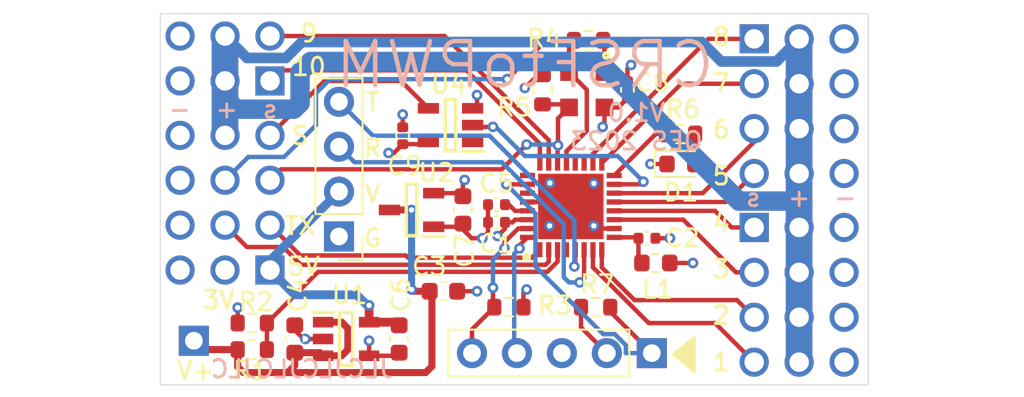
<source format=kicad_pcb>
(kicad_pcb (version 20211014) (generator pcbnew)
  (layers (0 "F.Cu" signal) (1 "In1.Cu" signal) (2 "In2.Cu" signal) (31 "B.Cu" signal) (36 "B.SilkS" user "B.Silkscreen") (37 "F.SilkS" user "F.Silkscreen") (38 "B.Mask" user) (39 "F.Mask" user) (44 "Edge.Cuts" user))
  (net 0 "")
  (net 1 "+3V3")
  (net 2 "VDDANA")
  (net 3 "Vbat")
  (net 4 "VDDCORE")
  (net 5 "+5V")
  (net 6 "Net-(D1-Pad2)")
  (net 7 "Net-(J2-Pad3)")
  (net 8 "Net-(J2-Pad4)")
  (net 9 "Net-(J3-Pad4)")
  (net 10 "CH5")
  (net 11 "CH6")
  (net 12 "CH1")
  (net 13 "CH2")
  (net 14 "CH3")
  (net 15 "CH4")
  (net 16 "Net-(R1-Pad2)")
  (net 17 "CH7")
  (net 18 "CH8")
  (net 19 "Net-(R6-Pad1)")
  (net 21 "CH9")
  (net 22 "CH10")
  (net 23 "Net-(U3-Pad15)")
  (net 29 "Vservo")
  (net 30 "GND")
  (net 31 "SBus")
  (net 32 "TX2")
  (net 33 "RX2")
  (net 34 "SDA")
  (net 35 "SCL")
  (net 36 "Net-(J3-Pad1)")
  (net 37 "Net-(J3-Pad5)")
  (footprint "Resistor_SMD:R_0603_1608Metric" (layer "F.Cu") (at 146.2 113.6)
    (fp_text reference "R1" (at -0.1 1.2) (layer "F.SilkS"))
    (fp_text value "6K8")
    (fp_line (start -0.237258 -0.5225) (end 0.237258 -0.5225) (layer "F.SilkS") (width 0.12))
    (fp_line (start -0.237258 0.5225) (end 0.237258 0.5225) (layer "F.SilkS") (width 0.12))
    (pad "1" smd roundrect (at -0.825 0) (size 0.8 0.95) (layers "F.Cu" "F.Paste" "F.Mask") (net 3 "Vbat"))
    (pad "2" smd roundrect (at 0.825 0) (size 0.8 0.95) (layers "F.Cu" "F.Paste" "F.Mask") (net 16 "Net-(R1-Pad2)"))
  )
  (footprint "Connector_PinHeader_2.54mm:PinHeader_1x01_P2.54mm_Vertical" (layer "F.Cu") (at 142.9 113.1)
    (fp_text reference "J1" hide)
    (fp_text value "Bat+")
    (pad "1" thru_hole rect (at 0 0) (size 1.7 1.7) (drill 1) (layers *.Cu *.Mask) (net 3 "Vbat"))
  )
  (footprint "Resistor_SMD:R_0603_1608Metric" (layer "F.Cu") (at 165.6 111.2 180)
    (fp_text reference "R7" (at -0.1 1.3) (layer "F.SilkS"))
    (fp_text value "10K")
    (fp_line (start -0.237258 0.5225) (end 0.237258 0.5225) (layer "F.SilkS") (width 0.12))
    (fp_line (start -0.237258 -0.5225) (end 0.237258 -0.5225) (layer "F.SilkS") (width 0.12))
    (pad "1" smd roundrect (at -0.825 0 180) (size 0.8 0.95) (layers "F.Cu" "F.Paste" "F.Mask") (net 36 "Net-(J3-Pad1)"))
    (pad "2" smd roundrect (at 0.825 0 180) (size 0.8 0.95) (layers "F.Cu" "F.Paste" "F.Mask") (net 1 "+3V3"))
  )
  (footprint "Inductor_SMD:L_0603_1608Metric" (layer "F.Cu") (at 169 108.7)
    (fp_text reference "L1" (at 0.1 1.5) (layer "F.SilkS"))
    (fp_text value "470R")
    (fp_line (start -0.162779 0.51) (end 0.162779 0.51) (layer "F.SilkS") (width 0.12))
    (fp_line (start -0.162779 -0.51) (end 0.162779 -0.51) (layer "F.SilkS") (width 0.12))
    (pad "1" smd roundrect (at -0.7875 0) (size 0.875 0.95) (layers "F.Cu" "F.Paste" "F.Mask") (net 2 "VDDANA"))
    (pad "2" smd roundrect (at 0.7875 0) (size 0.875 0.95) (layers "F.Cu" "F.Paste" "F.Mask") (net 1 "+3V3"))
  )
  (footprint "SamacSys_Parts2:MS5637_1" (layer "F.Cu") (at 165.1 98.9 -90)
    (fp_text reference "U5" hide)
    (fp_text value "MS563702BA03-50" hide)
    (fp_circle (center -1.938 -1.102) (end -1.938 -1.062) (layer "F.SilkS") (width 0.2) (fill none))
    (pad "1" smd rect locked (at -1 -1) (size 1 1) (layers "F.Cu" "F.Paste" "F.Mask") (net 1 "+3V3"))
    (pad "2" smd rect locked (at -1 1) (size 1 1) (layers "F.Cu" "F.Paste" "F.Mask") (net 34 "SDA"))
    (pad "3" smd rect locked (at 1 1) (size 1 1) (layers "F.Cu" "F.Paste" "F.Mask") (net 35 "SCL"))
    (pad "4" smd rect locked (at 1 -1) (size 1 1) (layers "F.Cu" "F.Paste" "F.Mask") (net 30 "GND"))
  )
  (footprint "SamacSys_Parts:SOT95P280X145-3N" (layer "F.Cu") (at 155.2 105.7 180)
    (fp_text reference "U2" (at -1.4 2.1) (layer "F.SilkS") (effects (font (thickness 0.16))))
    (fp_text value "AP2210N-3.3TRG1" hide)
    (fp_line (start -1.85 -1.5) (end -0.65 -1.5) (layer "F.SilkS") (width 0.2))
    (fp_line (start 0.3 -1.46) (end 0.3 1.46) (layer "F.SilkS") (width 0.2))
    (fp_line (start -0.3 -1.46) (end 0.3 -1.46) (layer "F.SilkS") (width 0.2))
    (fp_line (start 0.3 1.46) (end -0.3 1.46) (layer "F.SilkS") (width 0.2))
    (fp_line (start -0.3 1.46) (end -0.3 -1.46) (layer "F.SilkS") (width 0.2))
    (pad "1" smd rect locked (at -1.25 -0.95 270) (size 0.6 1.2) (layers "F.Cu" "F.Paste" "F.Mask") (net 30 "GND"))
    (pad "2" smd rect locked (at -1.25 0.95 270) (size 0.6 1.2) (layers "F.Cu" "F.Paste" "F.Mask") (net 1 "+3V3"))
    (pad "3" smd rect locked (at 1.25 0 270) (size 0.6 1.2) (layers "F.Cu" "F.Paste" "F.Mask") (net 3 "Vbat"))
  )
  (footprint "Capacitor_SMD:C_0402_1005Metric" (layer "F.Cu") (at 168.5 107.3)
    (fp_text reference "C2" (at 2 0) (layer "F.SilkS"))
    (fp_text value "100n")
    (fp_line (start -0.107836 -0.36) (end 0.107836 -0.36) (layer "F.SilkS") (width 0.12))
    (fp_line (start -0.107836 0.36) (end 0.107836 0.36) (layer "F.SilkS") (width 0.12))
    (pad "1" smd roundrect (at -0.48 0) (size 0.56 0.62) (layers "F.Cu" "F.Paste" "F.Mask") (net 2 "VDDANA"))
    (pad "2" smd roundrect (at 0.48 0) (size 0.56 0.62) (layers "F.Cu" "F.Paste" "F.Mask") (net 30 "GND"))
  )
  (footprint "Capacitor_SMD:C_0603_1608Metric" (layer "F.Cu") (at 157 110.3)
    (fp_text reference "C3" (at -0.8 -1.4) (layer "F.SilkS"))
    (fp_text value "10 uF")
    (fp_line (start -0.14058 -0.51) (end 0.14058 -0.51) (layer "F.SilkS") (width 0.12))
    (fp_line (start -0.14058 0.51) (end 0.14058 0.51) (layer "F.SilkS") (width 0.12))
    (pad "1" smd roundrect (at -0.775 0) (size 0.9 0.95) (layers "F.Cu" "F.Paste" "F.Mask") (net 3 "Vbat"))
    (pad "2" smd roundrect (at 0.775 0) (size 0.9 0.95) (layers "F.Cu" "F.Paste" "F.Mask") (net 30 "GND"))
  )
  (footprint "SamacSys_Parts:HDRRA12W64P254_3X4_1016X254X810P" (layer "F.Cu") (at 174.56 106.69 -90)
    (fp_text reference "J5" hide)
    (fp_text value "TSW-104-08-G-T-RA" hide)
    (pad "1" thru_hole rect (at 0 0 270) (size 1.65 1.65) (drill 1.1) (layers *.Cu *.Mask) (net 13 "CH2"))
    (pad "2" thru_hole circle (at 0 -2.54 270) (size 1.65 1.65) (drill 1.1) (layers *.Cu *.Mask) (net 29 "Vservo"))
    (pad "3" thru_hole circle (at 0 -5.08 270) (size 1.65 1.65) (drill 1.1) (layers *.Cu *.Mask) (net 30 "GND"))
    (pad "4" thru_hole circle (at 2.54 0 270) (size 1.65 1.65) (drill 1.1) (layers *.Cu *.Mask) (net 12 "CH1"))
    (pad "5" thru_hole circle (at 2.54 -2.54 270) (size 1.65 1.65) (drill 1.1) (layers *.Cu *.Mask) (net 29 "Vservo"))
    (pad "6" thru_hole circle (at 2.54 -5.08 270) (size 1.65 1.65) (drill 1.1) (layers *.Cu *.Mask) (net 30 "GND"))
    (pad "7" thru_hole circle (at 5.08 0 270) (size 1.65 1.65) (drill 1.1) (layers *.Cu *.Mask) (net 11 "CH6"))
    (pad "8" thru_hole circle (at 5.08 -2.54 270) (size 1.65 1.65) (drill 1.1) (layers *.Cu *.Mask) (net 29 "Vservo"))
    (pad "9" thru_hole circle (at 5.08 -5.08 270) (size 1.65 1.65) (drill 1.1) (layers *.Cu *.Mask) (net 30 "GND"))
    (pad "10" thru_hole circle (at 7.62 0 270) (size 1.65 1.65) (drill 1.1) (layers *.Cu *.Mask) (net 10 "CH5"))
    (pad "11" thru_hole circle (at 7.62 -2.54 270) (size 1.65 1.65) (drill 1.1) (layers *.Cu *.Mask) (net 29 "Vservo"))
    (pad "12" thru_hole circle (at 7.62 -5.08 270) (size 1.65 1.65) (drill 1.1) (layers *.Cu *.Mask) (net 30 "GND"))
  )
  (footprint "Capacitor_SMD:C_0603_1608Metric" (layer "F.Cu") (at 148.6 113 90)
    (fp_text reference "C4" (at 2.5 0.2 90) (layer "F.SilkS"))
    (fp_text value "1 uF")
    (fp_line (start -0.14058 -0.51) (end 0.14058 -0.51) (layer "F.SilkS") (width 0.12))
    (fp_line (start -0.14058 0.51) (end 0.14058 0.51) (layer "F.SilkS") (width 0.12))
    (pad "1" smd roundrect (at -0.775 0 90) (size 0.9 0.95) (layers "F.Cu" "F.Paste" "F.Mask") (net 3 "Vbat"))
    (pad "2" smd roundrect (at 0.775 0 90) (size 0.9 0.95) (layers "F.Cu" "F.Paste" "F.Mask") (net 30 "GND"))
  )
  (footprint "Connector_PinHeader_2.54mm:PinHeader_1x05_P2.54mm_Vertical" (layer "F.Cu") (at 168.775 113.8 -90)
    (fp_text reference "J3" hide)
    (fp_text value "ICSP")
    (fp_line (start -1.33 1.27) (end 1.33 1.27) (layer "F.SilkS") (width 0.12))
    (fp_line (start -1.33 1.27) (end -1.33 11.49) (layer "F.SilkS") (width 0.12))
    (fp_line (start -1.33 11.49) (end 1.33 11.49) (layer "F.SilkS") (width 0.12))
    (fp_line (start 1.33 1.27) (end 1.33 11.49) (layer "F.SilkS") (width 0.12))
    (pad "1" thru_hole rect (at 0 0 270) (size 1.7 1.7) (drill 1) (layers *.Cu *.Mask) (net 36 "Net-(J3-Pad1)"))
    (pad "2" thru_hole oval (at 0 2.54 270) (size 1.7 1.7) (drill 1) (layers *.Cu *.Mask) (net 1 "+3V3"))
    (pad "3" thru_hole oval (at 0 5.08 270) (size 1.7 1.7) (drill 1) (layers *.Cu *.Mask) (net 30 "GND"))
    (pad "4" thru_hole oval (at 0 7.62 270) (size 1.7 1.7) (drill 1) (layers *.Cu *.Mask) (net 9 "Net-(J3-Pad4)"))
    (pad "5" thru_hole oval (at 0 10.16 270) (size 1.7 1.7) (drill 1) (layers *.Cu *.Mask) (net 37 "Net-(J3-Pad5)"))
  )
  (footprint "Resistor_SMD:R_0603_1608Metric" (layer "F.Cu") (at 160.7 111.2 180)
    (fp_text reference "R3" (at -2.6 0.1) (layer "F.SilkS"))
    (fp_text value "1K")
    (fp_line (start -0.237258 -0.5225) (end 0.237258 -0.5225) (layer "F.SilkS") (width 0.12))
    (fp_line (start -0.237258 0.5225) (end 0.237258 0.5225) (layer "F.SilkS") (width 0.12))
    (pad "1" smd roundrect (at -0.825 0 180) (size 0.8 0.95) (layers "F.Cu" "F.Paste" "F.Mask") (net 1 "+3V3"))
    (pad "2" smd roundrect (at 0.825 0 180) (size 0.8 0.95) (layers "F.Cu" "F.Paste" "F.Mask") (net 37 "Net-(J3-Pad5)"))
  )
  (footprint "Capacitor_SMD:C_0402_1005Metric" (layer "F.Cu") (at 154.7 101.5 90)
    (fp_text reference "C9" (at -1.7 0.1 180) (layer "F.SilkS"))
    (fp_text value "100nF")
    (fp_line (start -0.107836 -0.36) (end 0.107836 -0.36) (layer "F.SilkS") (width 0.12))
    (fp_line (start -0.107836 0.36) (end 0.107836 0.36) (layer "F.SilkS") (width 0.12))
    (pad "1" smd roundrect (at -0.48 0 90) (size 0.56 0.62) (layers "F.Cu" "F.Paste" "F.Mask") (net 1 "+3V3"))
    (pad "2" smd roundrect (at 0.48 0 90) (size 0.56 0.62) (layers "F.Cu" "F.Paste" "F.Mask") (net 30 "GND"))
  )
  (footprint "Capacitor_SMD:C_0603_1608Metric" (layer "F.Cu") (at 154.5 113 -90)
    (fp_text reference "C6" (at -2.5 -0.1 90) (layer "F.SilkS"))
    (fp_text value "10 uF")
    (fp_line (start -0.14058 0.51) (end 0.14058 0.51) (layer "F.SilkS") (width 0.12))
    (fp_line (start -0.14058 -0.51) (end 0.14058 -0.51) (layer "F.SilkS") (width 0.12))
    (pad "1" smd roundrect (at -0.775 0 270) (size 0.9 0.95) (layers "F.Cu" "F.Paste" "F.Mask") (net 5 "+5V"))
    (pad "2" smd roundrect (at 0.775 0 270) (size 0.9 0.95) (layers "F.Cu" "F.Paste" "F.Mask") (net 30 "GND"))
  )
  (footprint "Resistor_SMD:R_0603_1608Metric" (layer "F.Cu") (at 162.6 98.9 -90)
    (fp_text reference "R5" (at 1 1.6 180) (layer "F.SilkS"))
    (fp_text value "10K")
    (fp_line (start -0.237258 -0.5225) (end 0.237258 -0.5225) (layer "F.SilkS") (width 0.12))
    (fp_line (start -0.237258 0.5225) (end 0.237258 0.5225) (layer "F.SilkS") (width 0.12))
    (pad "1" smd roundrect (at -0.825 0 270) (size 0.8 0.95) (layers "F.Cu" "F.Paste" "F.Mask") (net 1 "+3V3"))
    (pad "2" smd roundrect (at 0.825 0 270) (size 0.8 0.95) (layers "F.Cu" "F.Paste" "F.Mask") (net 35 "SCL"))
  )
  (footprint "SamacSys_Parts:HDRRA6W64P254_3X2_508X254X810P" (layer "F.Cu") (at 147.2 98.4 90)
    (fp_text reference "J7" hide)
    (fp_text value "TSW-102-08-L-T-RA" hide)
    (pad "1" thru_hole rect (at 0 0 90) (size 1.65 1.65) (drill 1.1) (layers *.Cu *.Mask) (net 22 "CH10"))
    (pad "2" thru_hole circle (at 0 -2.54 90) (size 1.65 1.65) (drill 1.1) (layers *.Cu *.Mask) (net 29 "Vservo"))
    (pad "3" thru_hole circle (at 0 -5.08 90) (size 1.65 1.65) (drill 1.1) (layers *.Cu *.Mask) (net 30 "GND"))
    (pad "4" thru_hole circle (at 2.54 0 90) (size 1.65 1.65) (drill 1.1) (layers *.Cu *.Mask) (net 21 "CH9"))
    (pad "5" thru_hole circle (at 2.54 -2.54 90) (size 1.65 1.65) (drill 1.1) (layers *.Cu *.Mask) (net 29 "Vservo"))
    (pad "6" thru_hole circle (at 2.54 -5.08 90) (size 1.65 1.65) (drill 1.1) (layers *.Cu *.Mask) (net 30 "GND"))
  )
  (footprint "Capacitor_SMD:C_0402_1005Metric" (layer "F.Cu") (at 160 106.4 180)
    (fp_text reference "C1" (at 0 -1.2) (layer "F.SilkS"))
    (fp_text value "100n")
    (fp_line (start -0.107836 -0.36) (end 0.107836 -0.36) (layer "F.SilkS") (width 0.12))
    (fp_line (start -0.107836 0.36) (end 0.107836 0.36) (layer "F.SilkS") (width 0.12))
    (pad "1" smd roundrect (at -0.48 0 180) (size 0.56 0.62) (layers "F.Cu" "F.Paste" "F.Mask") (net 1 "+3V3"))
    (pad "2" smd roundrect (at 0.48 0 180) (size 0.56 0.62) (layers "F.Cu" "F.Paste" "F.Mask") (net 30 "GND"))
  )
  (footprint "SamacSys_Parts2:SOT95P280X145-5N" (layer "F.Cu") (at 157.4 100.9 180)
    (fp_text reference "U4" (at 0.1 2.3) (layer "F.SilkS") (effects (font (thickness 0.16))))
    (fp_text value "SN74AUP1G04DBVR" hide)
    (fp_line (start -0.3 -1.45) (end 0.3 -1.45) (layer "F.SilkS") (width 0.2))
    (fp_line (start -1.85 -1.5) (end -0.65 -1.5) (layer "F.SilkS") (width 0.2))
    (fp_line (start 0.3 1.45) (end -0.3 1.45) (layer "F.SilkS") (width 0.2))
    (fp_line (start -0.3 1.45) (end -0.3 -1.45) (layer "F.SilkS") (width 0.2))
    (fp_line (start 0.3 -1.45) (end 0.3 1.45) (layer "F.SilkS") (width 0.2))
    (pad "1" smd rect locked (at -1.25 -0.95 270) (size 0.6 1.2) (layers "F.Cu" "F.Paste" "F.Mask"))
    (pad "2" smd rect locked (at -1.25 0 270) (size 0.6 1.2) (layers "F.Cu" "F.Paste" "F.Mask") (net 23 "Net-(U3-Pad15)"))
    (pad "3" smd rect locked (at -1.25 0.95 270) (size 0.6 1.2) (layers "F.Cu" "F.Paste" "F.Mask") (net 30 "GND"))
    (pad "4" smd rect locked (at 1.25 0.95 270) (size 0.6 1.2) (layers "F.Cu" "F.Paste" "F.Mask") (net 31 "SBus"))
    (pad "5" smd rect locked (at 1.25 -0.95 270) (size 0.6 1.2) (layers "F.Cu" "F.Paste" "F.Mask") (net 1 "+3V3"))
  )
  (footprint "Connector_PinHeader_2.54mm:PinHeader_1x04_P2.54mm_Vertical" (layer "F.Cu") (at 151.1 107.2 180)
    (fp_text reference "J2" hide)
    (fp_text value "UART1/Rx")
    (fp_line (start -1.33 8.95) (end 1.33 8.95) (layer "F.SilkS") (width 0.12))
    (fp_line (start 1.33 1.27) (end 1.33 8.95) (layer "F.SilkS") (width 0.12))
    (fp_line (start -1.33 0) (end -1.33 -1.33) (layer "F.SilkS") (width 0.12))
    (fp_line (start -1.33 -1.33) (end 0 -1.33) (layer "F.SilkS") (width 0.12))
    (fp_line (start -1.33 1.27) (end -1.33 8.95) (layer "F.SilkS") (width 0.12))
    (fp_line (start -1.33 1.27) (end 1.33 1.27) (layer "F.SilkS") (width 0.12))
    (pad "1" thru_hole rect (at 0 0 180) (size 1.7 1.7) (drill 1) (layers *.Cu *.Mask) (net 30 "GND"))
    (pad "2" thru_hole oval (at 0 2.54 180) (size 1.7 1.7) (drill 1) (layers *.Cu *.Mask) (net 5 "+5V"))
    (pad "3" thru_hole oval (at 0 5.08 180) (size 1.7 1.7) (drill 1) (layers *.Cu *.Mask) (net 7 "Net-(J2-Pad3)"))
    (pad "4" thru_hole oval (at 0 7.62 180) (size 1.7 1.7) (drill 1) (layers *.Cu *.Mask) (net 8 "Net-(J2-Pad4)"))
  )
  (footprint "Resistor_SMD:R_0603_1608Metric" (layer "F.Cu") (at 170.4 101.4)
    (fp_text reference "R6" (at 0.12 -1.4) (layer "F.SilkS"))
    (fp_text value "1K")
    (fp_line (start -0.237258 -0.5225) (end 0.237258 -0.5225) (layer "F.SilkS") (width 0.12))
    (fp_line (start -0.237258 0.5225) (end 0.237258 0.5225) (layer "F.SilkS") (width 0.12))
    (pad "1" smd roundrect (at -0.825 0) (size 0.8 0.95) (layers "F.Cu" "F.Paste" "F.Mask") (net 19 "Net-(R6-Pad1)"))
    (pad "2" smd roundrect (at 0.825 0) (size 0.8 0.95) (layers "F.Cu" "F.Paste" "F.Mask") (net 6 "Net-(D1-Pad2)"))
  )
  (footprint "SamacSys_Parts2:QFN50P500X500X100-33N-D" (layer "F.Cu") (at 164.2 105.5 90)
    (fp_text reference "U3" hide)
    (fp_text value "ATSAMD21E18A-MU" hide)
    (fp_circle (center -2.875 -2.5) (end -2.875 -2.375) (layer "F.SilkS") (width 0.25) (fill none))
    (pad "1" smd rect locked (at -2.45 -1.75 180) (size 0.3 0.85) (layers "F.Cu" "F.Paste" "F.Mask") (net 32 "TX2"))
    (pad "2" smd rect locked (at -2.45 -1.25 180) (size 0.3 0.85) (layers "F.Cu" "F.Paste" "F.Mask") (net 33 "RX2"))
    (pad "3" smd rect locked (at -2.45 -0.75 180) (size 0.3 0.85) (layers "F.Cu" "F.Paste" "F.Mask") (net 16 "Net-(R1-Pad2)"))
    (pad "4" smd rect locked (at -2.45 -0.25 180) (size 0.3 0.85) (layers "F.Cu" "F.Paste" "F.Mask"))
    (pad "5" smd rect locked (at -2.45 0.25 180) (size 0.3 0.85) (layers "F.Cu" "F.Paste" "F.Mask") (net 8 "Net-(J2-Pad4)"))
    (pad "6" smd rect locked (at -2.45 0.75 180) (size 0.3 0.85) (layers "F.Cu" "F.Paste" "F.Mask") (net 7 "Net-(J2-Pad3)"))
    (pad "7" smd rect locked (at -2.45 1.25 180) (size 0.3 0.85) (layers "F.Cu" "F.Paste" "F.Mask") (net 10 "CH5"))
    (pad "8" smd rect locked (at -2.45 1.75 180) (size 0.3 0.85) (layers "F.Cu" "F.Paste" "F.Mask") (net 11 "CH6"))
    (pad "9" smd rect locked (at -1.75 2.45 90) (size 0.3 0.85) (layers "F.Cu" "F.Paste" "F.Mask") (net 2 "VDDANA"))
    (pad "10" smd rect locked (at -1.25 2.45 90) (size 0.3 0.85) (layers "F.Cu" "F.Paste" "F.Mask") (net 30 "GND"))
    (pad "11" smd rect locked (at -0.75 2.45 90) (size 0.3 0.85) (layers "F.Cu" "F.Paste" "F.Mask") (net 12 "CH1"))
    (pad "12" smd rect locked (at -0.25 2.45 90) (size 0.3 0.85) (layers "F.Cu" "F.Paste" "F.Mask") (net 13 "CH2"))
    (pad "13" smd rect locked (at 0.25 2.45 90) (size 0.3 0.85) (layers "F.Cu" "F.Paste" "F.Mask") (net 14 "CH3"))
    (pad "14" smd rect locked (at 0.75 2.45 90) (size 0.3 0.85) (layers "F.Cu" "F.Paste" "F.Mask") (net 15 "CH4"))
    (pad "15" smd rect locked (at 1.25 2.45 90) (size 0.3 0.85) (layers "F.Cu" "F.Paste" "F.Mask") (net 23 "Net-(U3-Pad15)"))
    (pad "16" smd rect locked (at 1.75 2.45 90) (size 0.3 0.85) (layers "F.Cu" "F.Paste" "F.Mask") (net 19 "Net-(R6-Pad1)"))
    (pad "17" smd rect locked (at 2.45 1.75 180) (size 0.3 0.85) (layers "F.Cu" "F.Paste" "F.Mask") (net 17 "CH7"))
    (pad "18" smd rect locked (at 2.45 1.25 180) (size 0.3 0.85) (layers "F.Cu" "F.Paste" "F.Mask") (net 18 "CH8"))
    (pad "19" smd rect locked (at 2.45 0.75 180) (size 0.3 0.85) (layers "F.Cu" "F.Paste" "F.Mask"))
    (pad "20" smd rect locked (at 2.45 0.25 180) (size 0.3 0.85) (layers "F.Cu" "F.Paste" "F.Mask"))
    (pad "21" smd rect locked (at 2.45 -0.25 180) (size 0.3 0.85) (layers "F.Cu" "F.Paste" "F.Mask") (net 34 "SDA"))
    (pad "22" smd rect locked (at 2.45 -0.75 180) (size 0.3 0.85) (layers "F.Cu" "F.Paste" "F.Mask") (net 35 "SCL"))
    (pad "23" smd rect locked (at 2.45 -1.25 180) (size 0.3 0.85) (layers "F.Cu" "F.Paste" "F.Mask") (net 21 "CH9"))
    (pad "24" smd rect locked (at 2.45 -1.75 180) (size 0.3 0.85) (layers "F.Cu" "F.Paste" "F.Mask") (net 22 "CH10"))
    (pad "25" smd rect locked (at 1.75 -2.45 90) (size 0.3 0.85) (layers "F.Cu" "F.Paste" "F.Mask"))
    (pad "26" smd rect locked (at 1.25 -2.45 90) (size 0.3 0.85) (layers "F.Cu" "F.Paste" "F.Mask") (net 36 "Net-(J3-Pad1)"))
    (pad "27" smd rect locked (at 0.75 -2.45 90) (size 0.3 0.85) (layers "F.Cu" "F.Paste" "F.Mask"))
    (pad "28" smd rect locked (at 0.25 -2.45 90) (size 0.3 0.85) (layers "F.Cu" "F.Paste" "F.Mask") (net 30 "GND"))
    (pad "29" smd rect locked (at -0.25 -2.45 90) (size 0.3 0.85) (layers "F.Cu" "F.Paste" "F.Mask") (net 4 "VDDCORE"))
    (pad "30" smd rect locked (at -0.75 -2.45 90) (size 0.3 0.85) (layers "F.Cu" "F.Paste" "F.Mask") (net 1 "+3V3"))
    (pad "31" smd rect locked (at -1.25 -2.45 90) (size 0.3 0.85) (layers "F.Cu" "F.Paste" "F.Mask") (net 37 "Net-(J3-Pad5)"))
    (pad "32" smd rect locked (at -1.75 -2.45 90) (size 0.3 0.85) (layers "F.Cu" "F.Paste" "F.Mask") (net 9 "Net-(J3-Pad4)"))
    (pad "33" smd rect locked (at 0 0 90) (size 3.7 3.7) (layers "F.Cu" "F.Paste" "F.Mask") (net 30 "GND"))
  )
  (footprint "Resistor_SMD:R_0603_1608Metric" (layer "F.Cu") (at 165.2 96.1 180)
    (fp_text reference "R4" (at 2.5 0.1 180) (layer "F.SilkS"))
    (fp_text value "10K")
    (fp_line (start -0.237258 0.5225) (end 0.237258 0.5225) (layer "F.SilkS") (width 0.12))
    (fp_line (start -0.237258 -0.5225) (end 0.237258 -0.5225) (layer "F.SilkS") (width 0.12))
    (pad "1" smd roundrect (at -0.825 0 180) (size 0.8 0.95) (layers "F.Cu" "F.Paste" "F.Mask") (net 1 "+3V3"))
    (pad "2" smd roundrect (at 0.825 0 180) (size 0.8 0.95) (layers "F.Cu" "F.Paste" "F.Mask") (net 34 "SDA"))
  )
  (footprint "Capacitor_SMD:C_0603_1608Metric" (layer "F.Cu") (at 158.1 105.7 -90)
    (fp_text reference "C7" (at 2.3 -0.1 -90) (layer "F.SilkS"))
    (fp_text value "2.2 uF")
    (fp_line (start -0.14058 0.51) (end 0.14058 0.51) (layer "F.SilkS") (width 0.12))
    (fp_line (start -0.14058 -0.51) (end 0.14058 -0.51) (layer "F.SilkS") (width 0.12))
    (pad "1" smd roundrect (at -0.775 0 270) (size 0.9 0.95) (layers "F.Cu" "F.Paste" "F.Mask") (net 1 "+3V3"))
    (pad "2" smd roundrect (at 0.775 0 270) (size 0.9 0.95) (layers "F.Cu" "F.Paste" "F.Mask") (net 30 "GND"))
  )
  (footprint "Capacitor_SMD:C_0402_1005Metric" (layer "F.Cu") (at 167.4 98.9 -90)
    (fp_text reference "C8" (at -0.4 -1.4 180) (layer "F.SilkS"))
    (fp_text value "100nF")
    (fp_line (start -0.107836 -0.36) (end 0.107836 -0.36) (layer "F.SilkS") (width 0.12))
    (fp_line (start -0.107836 0.36) (end 0.107836 0.36) (layer "F.SilkS") (width 0.12))
    (pad "1" smd roundrect (at -0.48 0 270) (size 0.56 0.62) (layers "F.Cu" "F.Paste" "F.Mask") (net 1 "+3V3"))
    (pad "2" smd roundrect (at 0.48 0 270) (size 0.56 0.62) (layers "F.Cu" "F.Paste" "F.Mask") (net 30 "GND"))
  )
  (footprint "SamacSys_Parts:HDRRA12W64P254_3X4_1016X254X810P" (layer "F.Cu") (at 147.2 109.1 90)
    (fp_text reference "J4" hide)
    (fp_text value "TSW-104-08-G-T-RA" hide)
    (pad "1" thru_hole rect (at 0 0 90) (size 1.65 1.65) (drill 1.1) (layers *.Cu *.Mask) (net 5 "+5V"))
    (pad "2" thru_hole circle (at 0 -2.54 90) (size 1.65 1.65) (drill 1.1) (layers *.Cu *.Mask) (net 1 "+3V3"))
    (pad "3" thru_hole circle (at 0 -5.08 90) (size 1.65 1.65) (drill 1.1) (layers *.Cu *.Mask) (net 30 "GND"))
    (pad "4" thru_hole circle (at 2.54 0 90) (size 1.65 1.65) (drill 1.1) (layers *.Cu *.Mask) (net 32 "TX2"))
    (pad "5" thru_hole circle (at 2.54 -2.54 90) (size 1.65 1.65) (drill 1.1) (layers *.Cu *.Mask) (net 33 "RX2"))
    (pad "6" thru_hole circle (at 2.54 -5.08 90) (size 1.65 1.65) (drill 1.1) (layers *.Cu *.Mask) (net 30 "GND"))
    (pad "7" thru_hole circle (at 5.08 0 90) (size 1.65 1.65) (drill 1.1) (layers *.Cu *.Mask) (net 35 "SCL"))
    (pad "8" thru_hole circle (at 5.08 -2.54 90) (size 1.65 1.65) (drill 1.1) (layers *.Cu *.Mask) (net 34 "SDA"))
    (pad "9" thru_hole circle (at 5.08 -5.08 90) (size 1.65 1.65) (drill 1.1) (layers *.Cu *.Mask) (net 30 "GND"))
    (pad "10" thru_hole circle (at 7.62 0 90) (size 1.65 1.65) (drill 1.1) (layers *.Cu *.Mask) (net 31 "SBus"))
    (pad "11" thru_hole circle (at 7.62 -2.54 90) (size 1.65 1.65) (drill 1.1) (layers *.Cu *.Mask) (net 29 "Vservo"))
    (pad "12" thru_hole circle (at 7.62 -5.08 90) (size 1.65 1.65) (drill 1.1) (layers *.Cu *.Mask) (net 30 "GND"))
  )
  (footprint "Capacitor_SMD:C_0402_1005Metric" (layer "F.Cu") (at 160 105.4 180)
    (fp_text reference "C5" (at 0 1.2) (layer "F.SilkS"))
    (fp_text value "1 uF")
    (fp_line (start -0.107836 -0.36) (end 0.107836 -0.36) (layer "F.SilkS") (width 0.12))
    (fp_line (start -0.107836 0.36) (end 0.107836 0.36) (layer "F.SilkS") (width 0.12))
    (pad "1" smd roundrect (at -0.48 0 180) (size 0.56 0.62) (layers "F.Cu" "F.Paste" "F.Mask") (net 4 "VDDCORE"))
    (pad "2" smd roundrect (at 0.48 0 180) (size 0.56 0.62) (layers "F.Cu" "F.Paste" "F.Mask") (net 30 "GND"))
  )
  (footprint "SamacSys_Parts:SOT95P285X140-5N" (layer "F.Cu") (at 151.5 113)
    (fp_text reference "U1" (at 0.2 -2.5) (layer "F.SilkS") (effects (font (thickness 0.16))))
    (fp_text value "AP7375-50W5-7" hide)
    (fp_line (start 0.375 -1.5) (end 0.375 1.5) (layer "F.SilkS") (width 0.2))
    (fp_line (start -1.875 -1.5) (end -0.725 -1.5) (layer "F.SilkS") (width 0.2))
    (fp_line (start 0.375 1.5) (end -0.375 1.5) (layer "F.SilkS") (width 0.2))
    (fp_line (start -0.375 -1.5) (end 0.375 -1.5) (layer "F.SilkS") (width 0.2))
    (fp_line (start -0.375 1.5) (end -0.375 -1.5) (layer "F.SilkS") (width 0.2))
    (pad "1" smd rect locked (at -1.3 -0.95 90) (size 0.6 1.15) (layers "F.Cu" "F.Paste" "F.Mask") (net 3 "Vbat"))
    (pad "2" smd rect locked (at -1.3 0 90) (size 0.6 1.15) (layers "F.Cu" "F.Paste" "F.Mask") (net 30 "GND"))
    (pad "3" smd rect locked (at -1.3 0.95 90) (size 0.6 1.15) (layers "F.Cu" "F.Paste" "F.Mask") (net 3 "Vbat"))
    (pad "4" smd rect locked (at 1.3 0.95 90) (size 0.6 1.15) (layers "F.Cu" "F.Paste" "F.Mask") (net 30 "GND"))
    (pad "5" smd rect locked (at 1.3 -0.95 90) (size 0.6 1.15) (layers "F.Cu" "F.Paste" "F.Mask") (net 5 "+5V"))
  )
  (footprint "SamacSys_Parts:HDRRA12W64P254_3X4_1016X254X810P" (layer "F.Cu") (at 174.56 96.02 -90)
    (fp_text reference "J6" hide)
    (fp_text value "TSW-104-08-G-T-RA" hide)
    (pad "1" thru_hole rect (at 0 0 270) (size 1.65 1.65) (drill 1.1) (layers *.Cu *.Mask) (net 18 "CH8"))
    (pad "2" thru_hole circle (at 0 -2.54 270) (size 1.65 1.65) (drill 1.1) (layers *.Cu *.Mask) (net 29 "Vservo"))
    (pad "3" thru_hole circle (at 0 -5.08 270) (size 1.65 1.65) (drill 1.1) (layers *.Cu *.Mask) (net 30 "GND"))
    (pad "4" thru_hole circle (at 2.54 0 270) (size 1.65 1.65) (drill 1.1) (layers *.Cu *.Mask) (net 17 "CH7"))
    (pad "5" thru_hole circle (at 2.54 -2.54 270) (size 1.65 1.65) (drill 1.1) (layers *.Cu *.Mask) (net 29 "Vservo"))
    (pad "6" thru_hole circle (at 2.54 -5.08 270) (size 1.65 1.65) (drill 1.1) (layers *.Cu *.Mask) (net 30 "GND"))
    (pad "7" thru_hole circle (at 5.08 0 270) (size 1.65 1.65) (drill 1.1) (layers *.Cu *.Mask) (net 15 "CH4"))
    (pad "8" thru_hole circle (at 5.08 -2.54 270) (size 1.65 1.65) (drill 1.1) (layers *.Cu *.Mask) (net 29 "Vservo"))
    (pad "9" thru_hole circle (at 5.08 -5.08 270) (size 1.65 1.65) (drill 1.1) (layers *.Cu *.Mask) (net 30 "GND"))
    (pad "10" thru_hole circle (at 7.62 0 270) (size 1.65 1.65) (drill 1.1) (layers *.Cu *.Mask) (net 14 "CH3"))
    (pad "11" thru_hole circle (at 7.62 -2.54 270) (size 1.65 1.65) (drill 1.1) (layers *.Cu *.Mask) (net 29 "Vservo"))
    (pad "12" thru_hole circle (at 7.62 -5.08 270) (size 1.65 1.65) (drill 1.1) (layers *.Cu *.Mask) (net 30 "GND"))
  )
  (footprint "Resistor_SMD:R_0603_1608Metric" (layer "F.Cu") (at 146.2 112.1 180)
    (fp_text reference "R2" (at -0.2 1.2) (layer "F.SilkS"))
    (fp_text value "1K")
    (fp_line (start -0.237258 -0.5225) (end 0.237258 -0.5225) (layer "F.SilkS") (width 0.12))
    (fp_line (start -0.237258 0.5225) (end 0.237258 0.5225) (layer "F.SilkS") (width 0.12))
    (pad "1" smd roundrect (at -0.825 0 180) (size 0.8 0.95) (layers "F.Cu" "F.Paste" "F.Mask") (net 16 "Net-(R1-Pad2)"))
    (pad "2" smd roundrect (at 0.825 0 180) (size 0.8 0.95) (layers "F.Cu" "F.Paste" "F.Mask") (net 30 "GND"))
  )
  (footprint "LED_SMD:LED_0603_1608Metric" (layer "F.Cu") (at 170.42 103.1)
    (fp_text reference "D1" (at 0 1.6) (layer "F.SilkS"))
    (fp_text value "LED")
    (fp_line (start 0.8 -0.735) (end -1.485 -0.735) (layer "F.SilkS") (width 0.12))
    (fp_line (start -1.485 -0.735) (end -1.485 0.735) (layer "F.SilkS") (width 0.12))
    (fp_line (start -1.485 0.735) (end 0.8 0.735) (layer "F.SilkS") (width 0.12))
    (pad "1" smd roundrect (at -0.7875 0) (size 0.875 0.95) (layers "F.Cu" "F.Paste" "F.Mask") (net 30 "GND"))
    (pad "2" smd roundrect (at 0.7875 0) (size 0.875 0.95) (layers "F.Cu" "F.Paste" "F.Mask") (net 6 "Net-(D1-Pad2)"))
  )
  (gr_poly (pts (xy 171.188525 114.87377) (xy 169.988525 113.87377) (xy 171.188525 112.87377)) (layer "F.SilkS") (width 0.16) (fill solid))
  (gr_rect (start 141 94.6) (end 181 115.6) (layer "Edge.Cuts") (width 0.05) (fill none))
  (gr_text "-" (at 179.7 105) (layer "B.SilkS") (effects (font (size 1 1) (thickness 0.16)) (justify mirror)))
  (gr_text "+" (at 144.757142 100) (layer "B.SilkS") (effects (font (size 1 1) (thickness 0.16)) (justify mirror)))
  (gr_text "+" (at 177.1 105) (layer "B.SilkS") (effects (font (size 1 1) (thickness 0.16)) (justify mirror)))
  (gr_text "-" (at 142.1 100) (layer "B.SilkS") (effects (font (size 1 1) (thickness 0.16)) (justify mirror)))
  (gr_text "CRSFtoPWM" (at 161.6 97.5) (layer "B.SilkS") (effects (font (size 2.5 2.5) (thickness 0.25)) (justify mirror)))
  (gr_text "V1.0\nQES 2023" (at 167.9 101) (layer "B.SilkS") (effects (font (size 1 1) (thickness 0.16)) (justify mirror)))
  (gr_text "JLCJLCJLCJLC" (at 149 114.7) (layer "B.SilkS") (effects (font (size 1 1) (thickness 0.16)) (justify mirror)))
  (gr_text "s" (at 174.5 105) (layer "B.SilkS") (effects (font (size 1 1) (thickness 0.16)) (justify mirror)))
  (gr_text "s" (at 147.2 100) (layer "B.SilkS") (effects (font (size 1 1) (thickness 0.16)) (justify mirror)))
  (gr_text "TX" (at 148.9 106.6) (layer "F.SilkS") (effects (font (size 1 1) (thickness 0.16))))
  (gr_text "G" (at 153 107.3) (layer "F.SilkS") (effects (font (size 1 1) (thickness 0.16))))
  (gr_text "7" (at 172.7 98.528571) (layer "F.SilkS") (effects (font (size 1 1) (thickness 0.16))))
  (gr_text "5" (at 172.7 103.785713) (layer "F.SilkS") (effects (font (size 1 1) (thickness 0.16))))
  (gr_text "5V" (at 149.1 108.9) (layer "F.SilkS") (effects (font (size 1 1) (thickness 0.16))))
  (gr_text "8" (at 172.7 95.9) (layer "F.SilkS") (effects (font (size 1 1) (thickness 0.16))))
  (gr_text "4" (at 172.7 106.414284) (layer "F.SilkS") (effects (font (size 1 1) (thickness 0.16))))
  (gr_text "R" (at 153 102.2) (layer "F.SilkS") (effects (font (size 1 1) (thickness 0.16))))
  (gr_text "9" (at 149.4 95.7) (layer "F.SilkS") (effects (font (size 1 1) (thickness 0.16))))
  (gr_text "S" (at 148.9 101.5) (layer "F.SilkS") (effects (font (size 1 1) (thickness 0.16))))
  (gr_text "T" (at 153 99.6) (layer "F.SilkS") (effects (font (size 1 1) (thickness 0.16))))
  (gr_text "V" (at 153 104.8) (layer "F.SilkS") (effects (font (size 1 1) (thickness 0.16))))
  (gr_text "2" (at 172.7 111.671426) (layer "F.SilkS") (effects (font (size 1 1) (thickness 0.16))))
  (gr_text "10" (at 149.4 97.6) (layer "F.SilkS") (effects (font (size 1 1) (thickness 0.16))))
  (gr_text "3V" (at 144.3 110.8) (layer "F.SilkS") (effects (font (size 1 1) (thickness 0.16))))
  (gr_text "3" (at 172.7 109.042855) (layer "F.SilkS") (effects (font (size 1 1) (thickness 0.16))))
  (gr_text "V+" (at 143 114.8) (layer "F.SilkS") (effects (font (size 1 1) (thickness 0.16))))
  (gr_text "1" (at 172.7 114.3) (layer "F.SilkS") (effects (font (size 1 1) (thickness 0.16))))
  (gr_text "6" (at 172.7 101.157142) (layer "F.SilkS") (effects (font (size 1 1) (thickness 0.16))))
  (segment (start 167.4 97.7) (end 167.6 97.5) (width 0.25) (layer "F.Cu") (net 1))
  (segment (start 161.05 106.25) (end 161.75 106.25) (width 0.25) (layer "F.Cu") (net 1))
  (segment (start 166.1 97.9) (end 166.1 96.175) (width 0.25) (layer "F.Cu") (net 1))
  (segment (start 160.9 106.4) (end 161.05 106.25) (width 0.25) (layer "F.Cu") (net 1))
  (segment (start 160.48 106.4) (end 160.48 106.754461) (width 0.25) (layer "F.Cu") (net 1))
  (segment (start 167.4 98.42) (end 167.4 97.7) (width 0.25) (layer "F.Cu") (net 1))
  (segment (start 169.7875 108.7) (end 171.1 108.7) (width 0.25) (layer "F.Cu") (net 1))
  (segment (start 154.204502 102.475498) (end 153.9 102.475498) (width 0.25) (layer "F.Cu") (net 1))
  (segment (start 162.325 98.075) (end 161.6 98.8) (width 0.25) (layer "F.Cu") (net 1))
  (segment (start 158.1 104.925) (end 158.1 104.1) (width 0.25) (layer "F.Cu") (net 1))
  (segment (start 167.4 98.42) (end 166.62 98.42) (width 0.25) (layer "F.Cu") (net 1))
  (segment (start 161.525 110.375) (end 161.7 110.2) (width 0.25) (layer "F.Cu") (net 1))
  (segment (start 164.775 112.34) (end 166.235 113.8) (width 0.25) (layer "F.Cu") (net 1))
  (segment (start 160.48 106.4) (end 160.9 106.4) (width 0.25) (layer "F.Cu") (net 1))
  (segment (start 164.775 111.2) (end 164.775 112.34) (width 0.25) (layer "F.Cu") (net 1))
  (segment (start 156.45 104.75) (end 157.925 104.75) (width 0.25) (layer "F.Cu") (net 1))
  (segment (start 154.7 101.98) (end 154.204502 102.475498) (width 0.25) (layer "F.Cu") (net 1))
  (segment (start 161.525 111.2) (end 161.525 110.375) (width 0.25) (layer "F.Cu") (net 1))
  (segment (start 154.7 101.98) (end 156.02 101.98) (width 0.25) (layer "F.Cu") (net 1))
  (segment (start 160.48 106.754461) (end 160.059472 107.174989) (width 0.25) (layer "F.Cu") (net 1))
  (segment (start 158.1 104.1) (end 158.2 104) (width 0.25) (layer "F.Cu") (net 1))
  (segment (start 166.62 98.42) (end 166.1 97.9) (width 0.25) (layer "F.Cu") (net 1))
  (via (at 158.2 104) (size 0.6) (drill 0.3) (layers "F.Cu" "B.Cu") (net 1))
  (via (at 161.6 98.8) (size 0.6) (drill 0.3) (layers "F.Cu" "B.Cu") (net 1))
  (via (at 160.059472 107.174989) (size 0.6) (drill 0.3) (layers "F.Cu" "B.Cu") (net 1))
  (via (at 167.6 97.5) (size 0.6) (drill 0.3) (layers "F.Cu" "B.Cu") (net 1))
  (via (at 153.9 102.475498) (size 0.6) (drill 0.3) (layers "F.Cu" "B.Cu") (net 1))
  (via (at 171.1 108.7) (size 0.6) (drill 0.3) (layers "F.Cu" "B.Cu") (net 1))
  (via (at 161.7 110.2) (size 0.6) (drill 0.3) (layers "F.Cu" "B.Cu") (net 1))
  (segment (start 166.65 107.25) (end 167.97 107.25) (width 0.25) (layer "F.Cu") (net 2))
  (segment (start 168.02 107.3) (end 168.02 108.5075) (width 0.25) (layer "F.Cu") (net 2))
  (segment (start 145.375 114.575) (end 145.7 114.9) (width 0.4) (layer "F.Cu") (net 3))
  (segment (start 156.225 110.3) (end 155.3 110.3) (width 0.4) (layer "F.Cu") (net 3))
  (segment (start 151.6 112.4) (end 151.25 112.05) (width 0.4) (layer "F.Cu") (net 3))
  (segment (start 145.375 113.6) (end 143.4 113.6) (width 0.4) (layer "F.Cu") (net 3))
  (segment (start 156.35 114.55) (end 156.35 110.425) (width 0.4) (layer "F.Cu") (net 3))
  (segment (start 145.375 114.575) (end 145.375 113.6) (width 0.4) (layer "F.Cu") (net 3))
  (segment (start 148.2 114.9) (end 156 114.9) (width 0.4) (layer "F.Cu") (net 3))
  (segment (start 155.2 105.7) (end 153.95 105.7) (width 0.4) (layer "F.Cu") (net 3))
  (segment (start 151.25 112.05) (end 150.2 112.05) (width 0.4) (layer "F.Cu") (net 3))
  (segment (start 148.2 114.9) (end 148.6 114.5) (width 0.4) (layer "F.Cu") (net 3))
  (segment (start 151.25 113.95) (end 151.6 113.6) (width 0.4) (layer "F.Cu") (net 3))
  (segment (start 156 114.9) (end 156.35 114.55) (width 0.4) (layer "F.Cu") (net 3))
  (segment (start 150.025 113.775) (end 150.2 113.95) (width 0.4) (layer "F.Cu") (net 3))
  (segment (start 151.6 113.6) (end 151.6 112.4) (width 0.4) (layer "F.Cu") (net 3))
  (segment (start 150.2 113.95) (end 151.25 113.95) (width 0.4) (layer "F.Cu") (net 3))
  (segment (start 148.6 114.5) (end 148.6 113.775) (width 0.4) (layer "F.Cu") (net 3))
  (segment (start 145.7 114.9) (end 148.2 114.9) (width 0.4) (layer "F.Cu") (net 3))
  (segment (start 148.6 113.775) (end 150.025 113.775) (width 0.4) (layer "F.Cu") (net 3))
  (segment (start 155.3 110.3) (end 155.2 110.2) (width 0.4) (layer "F.Cu") (net 3))
  (via (at 155.2 110.2) (size 0.6) (drill 0.3) (layers "F.Cu" "B.Cu") (net 3))
  (via (at 155.2 105.7) (size 0.6) (drill 0.3) (layers "F.Cu" "B.Cu") (net 3))
  (segment (start 155.2 110.2) (end 155.2 105.7) (width 0.4) (layer "B.Cu") (net 3))
  (segment (start 160.48 105.4) (end 160.7 105.4) (width 0.25) (layer "F.Cu") (net 4))
  (segment (start 161.05 105.75) (end 161.75 105.75) (width 0.25) (layer "F.Cu") (net 4))
  (segment (start 160.7 105.4) (end 161.05 105.75) (width 0.25) (layer "F.Cu") (net 4))
  (segment (start 152.8 112.05) (end 152.8 111.1) (width 0.5) (layer "F.Cu") (net 5))
  (segment (start 152.8 112.05) (end 154.325 112.05) (width 0.5) (layer "F.Cu") (net 5))
  (via (at 152.8 111.1) (size 0.6) (drill 0.3) (layers "F.Cu" "B.Cu") (net 5))
  (segment (start 147.2 108.56) (end 151.1 104.66) (width 0.5) (layer "B.Cu") (net 5))
  (segment (start 148.6 110.5) (end 147.2 109.1) (width 0.5) (layer "B.Cu") (net 5))
  (segment (start 152.8 111.1) (end 152.7 111.1) (width 0.5) (layer "B.Cu") (net 5))
  (segment (start 152.1 110.5) (end 148.6 110.5) (width 0.5) (layer "B.Cu") (net 5))
  (segment (start 152.7 111.1) (end 152.1 110.5) (width 0.5) (layer "B.Cu") (net 5))
  (segment (start 171.225 101.4) (end 171.225 103.0825) (width 0.25) (layer "F.Cu") (net 6))
  (segment (start 164.95 107.95) (end 164.95 109.55) (width 0.25) (layer "F.Cu") (net 7))
  (segment (start 164.95 109.55) (end 164.7 109.8) (width 0.25) (layer "F.Cu") (net 7))
  (via (at 164.7 109.8) (size 0.6) (drill 0.3) (layers "F.Cu" "B.Cu") (net 7))
  (segment (start 164.7 109.8) (end 164.1 109.8) (width 0.25) (layer "B.Cu") (net 7))
  (segment (start 164.1 109.8) (end 163.8 109.5) (width 0.25) (layer "B.Cu") (net 7))
  (segment (start 163.8 106.5) (end 160.3 103) (width 0.25) (layer "B.Cu") (net 7))
  (segment (start 160.3 103) (end 151.98 103) (width 0.25) (layer "B.Cu") (net 7))
  (segment (start 151.98 103) (end 151.1 102.12) (width 0.25) (layer "B.Cu") (net 7))
  (segment (start 163.8 109.5) (end 163.8 106.5) (width 0.25) (layer "B.Cu") (net 7))
  (segment (start 164.45 107.95) (end 164.45 108.85) (width 0.25) (layer "F.Cu") (net 8))
  (segment (start 164.45 108.85) (end 164.4 108.9) (width 0.25) (layer "F.Cu") (net 8))
  (via (at 164.4 108.9) (size 0.6) (drill 0.3) (layers "F.Cu" "B.Cu") (net 8))
  (segment (start 164.4 106.3) (end 159.6 101.5) (width 0.25) (layer "B.Cu") (net 8))
  (segment (start 159.6 101.5) (end 153.02 101.5) (width 0.25) (layer "B.Cu") (net 8))
  (segment (start 153.02 101.5) (end 151.1 99.58) (width 0.25) (layer "B.Cu") (net 8))
  (segment (start 164.4 108.9) (end 164.4 106.3) (width 0.25) (layer "B.Cu") (net 8))
  (segment (start 161.75 107.25) (end 161.3 107.7) (width 0.25) (layer "F.Cu") (net 9))
  (segment (start 161.3 107.7) (end 161.3 107.8755) (width 0.25) (layer "F.Cu") (net 9))
  (via (at 161.3 107.8755) (size 0.6) (drill 0.3) (layers "F.Cu" "B.Cu") (net 9))
  (segment (start 161.3 107.8755) (end 161 108.1755) (width 0.25) (layer "B.Cu") (net 9))
  (segment (start 161 108.1755) (end 161 113.645) (width 0.25) (layer "B.Cu") (net 9))
  (segment (start 168.6 112.1) (end 172.35 112.1) (width 0.25) (layer "F.Cu") (net 10))
  (segment (start 165.45 108.95) (end 168.6 112.1) (width 0.25) (layer "F.Cu") (net 10))
  (segment (start 165.45 107.95) (end 165.45 108.95) (width 0.25) (layer "F.Cu") (net 10))
  (segment (start 172.35 112.1) (end 174.56 114.31) (width 0.25) (layer "F.Cu") (net 10))
  (segment (start 165.95 107.95) (end 165.95 108.95) (width 0.25) (layer "F.Cu") (net 11))
  (segment (start 167.8 110.8) (end 173.59 110.8) (width 0.25) (layer "F.Cu") (net 11))
  (segment (start 165.95 108.95) (end 167.8 110.8) (width 0.25) (layer "F.Cu") (net 11))
  (segment (start 173.59 110.8) (end 174.56 111.77) (width 0.25) (layer "F.Cu") (net 11))
  (segment (start 170.55 106.25) (end 173.53 109.23) (width 0.25) (layer "F.Cu") (net 12))
  (segment (start 173.53 109.23) (end 174.56 109.23) (width 0.25) (layer "F.Cu") (net 12))
  (segment (start 166.65 106.25) (end 170.55 106.25) (width 0.25) (layer "F.Cu") (net 12))
  (segment (start 173.29 106.69) (end 174.56 106.69) (width 0.25) (layer "F.Cu") (net 13))
  (segment (start 172.35 105.75) (end 173.29 106.69) (width 0.25) (layer "F.Cu") (net 13))
  (segment (start 166.65 105.75) (end 172.35 105.75) (width 0.25) (layer "F.Cu") (net 13))
  (segment (start 166.65 105.25) (end 172.95 105.25) (width 0.25) (layer "F.Cu") (net 14))
  (segment (start 172.95 105.25) (end 174.56 103.64) (width 0.25) (layer "F.Cu") (net 14))
  (segment (start 174.56 101.842557) (end 174.56 101.1) (width 0.25) (layer "F.Cu") (net 15))
  (segment (start 171.652557 104.75) (end 174.56 101.842557) (width 0.25) (layer "F.Cu") (net 15))
  (segment (start 166.65 104.75) (end 171.652557 104.75) (width 0.25) (layer "F.Cu") (net 15))
  (segment (start 162.875 109.2) (end 163.45 108.625) (width 0.25) (layer "F.Cu") (net 16))
  (segment (start 147.025 113.6) (end 147.025 112.1) (width 0.25) (layer "F.Cu") (net 16))
  (segment (start 147.025 112.1) (end 149.925 109.2) (width 0.25) (layer "F.Cu") (net 16))
  (segment (start 149.925 109.2) (end 162.875 109.2) (width 0.25) (layer "F.Cu") (net 16))
  (segment (start 163.45 108.625) (end 163.45 107.95) (width 0.25) (layer "F.Cu") (net 16))
  (segment (start 170.44 98.56) (end 174.56 98.56) (width 0.25) (layer "F.Cu") (net 17))
  (segment (start 165.95 103.05) (end 170.44 98.56) (width 0.25) (layer "F.Cu") (net 17))
  (segment (start 168.5 99.5) (end 171.98 96.02) (width 0.25) (layer "F.Cu") (net 18))
  (segment (start 171.98 96.02) (end 174.56 96.02) (width 0.25) (layer "F.Cu") (net 18))
  (segment (start 168.475 99.5) (end 168.5 99.5) (width 0.25) (layer "F.Cu") (net 18))
  (segment (start 165.45 103.05) (end 165.45 102.525) (width 0.25) (layer "F.Cu") (net 18))
  (segment (start 165.45 102.525) (end 168.475 99.5) (width 0.25) (layer "F.Cu") (net 18))
  (segment (start 166.65 103.75) (end 169 101.4) (width 0.25) (layer "F.Cu") (net 19))
  (segment (start 169 101.4) (end 169.575 101.4) (width 0.25) (layer "F.Cu") (net 19))
  (segment (start 162.95 101.75) (end 157.06 95.86) (width 0.25) (layer "F.Cu") (net 21))
  (segment (start 157.06 95.86) (end 147.2 95.86) (width 0.25) (layer "F.Cu") (net 21))
  (segment (start 162.95 103.05) (end 162.95 101.75) (width 0.25) (layer "F.Cu") (net 21))
  (segment (start 158.3 97.8) (end 147.8 97.8) (width 0.25) (layer "F.Cu") (net 22))
  (segment (start 162.45 103.05) (end 162.45 101.95) (width 0.25) (layer "F.Cu") (net 22))
  (segment (start 162.45 101.95) (end 158.3 97.8) (width 0.25) (layer "F.Cu") (net 22))
  (segment (start 168.15 104.25) (end 168.3 104.1) (width 0.25) (layer "F.Cu") (net 23))
  (segment (start 166.65 104.25) (end 168.15 104.25) (width 0.25) (layer "F.Cu") (net 23))
  (segment (start 159.8 101) (end 158.75 101) (width 0.25) (layer "F.Cu") (net 23))
  (via (at 159.8 101) (size 0.6) (drill 0.3) (layers "F.Cu" "B.Cu") (net 23))
  (via (at 168.3 104.1) (size 0.6) (drill 0.3) (layers "F.Cu" "B.Cu") (net 23))
  (segment (start 161.608743 102.650499) (end 159.958244 101) (width 0.25) (layer "B.Cu") (net 23))
  (segment (start 159.958244 101) (end 159.8 101) (width 0.25) (layer "B.Cu") (net 23))
  (segment (start 166.850499 102.650499) (end 161.608743 102.650499) (width 0.25) (layer "B.Cu") (net 23))
  (segment (start 168.3 104.1) (end 166.850499 102.650499) (width 0.25) (layer "B.Cu") (net 23))
  (segment (start 144.66 95.86) (end 144.66 101.48) (width 1.5) (layer "F.Cu") (net 29))
  (segment (start 177.1 96.02) (end 177.1 114.31) (width 1.5) (layer "F.Cu") (net 29))
  (segment (start 177.1 105.2) (end 177.1 114.31) (width 1.5) (layer "B.Cu") (net 29))
  (segment (start 165.79975 97.29975) (end 173.7 105.2) (width 1.1) (layer "B.Cu") (net 29))
  (segment (start 144.66 99.36) (end 144.66 101.48) (width 1.5) (layer "B.Cu") (net 29))
  (segment (start 177.1 96.02) (end 177.1 105.2) (width 1.5) (layer "B.Cu") (net 29))
  (segment (start 148.55 100) (end 148.9 99.65) (width 1.1) (layer "B.Cu") (net 29))
  (segment (start 145.3 100) (end 148.55 100) (width 1.1) (layer "B.Cu") (net 29))
  (segment (start 148.9 97.9) (end 149.50025 97.29975) (width 1.1) (layer "B.Cu") (net 29))
  (segment (start 145.9 97.1) (end 144.66 95.86) (width 0.6) (layer "B.Cu") (net 29))
  (segment (start 172.7 97.3) (end 171.6 96.2) (width 0.6) (layer "B.Cu") (net 29))
  (segment (start 175.82 97.3) (end 172.7 97.3) (width 0.6) (layer "B.Cu") (net 29))
  (segment (start 149 96.2) (end 148.1 97.1) (width 0.6) (layer "B.Cu") (net 29))
  (segment (start 144.66 95.86) (end 144.66 99.36) (width 1.5) (layer "B.Cu") (net 29))
  (segment (start 173.7 105.2) (end 177.1 105.2) (width 1.1) (layer "B.Cu") (net 29))
  (segment (start 149.50025 97.29975) (end 165.79975 97.29975) (width 1.1) (layer "B.Cu") (net 29))
  (segment (start 171.6 96.2) (end 149 96.2) (width 0.6) (layer "B.Cu") (net 29))
  (segment (start 148.9 99.65) (end 148.9 97.9) (width 1.1) (layer "B.Cu") (net 29))
  (segment (start 177.1 96.02) (end 175.82 97.3) (width 0.6) (layer "B.Cu") (net 29))
  (segment (start 144.66 99.36) (end 145.3 100) (width 1.1) (layer "B.Cu") (net 29))
  (segment (start 148.1 97.1) (end 145.9 97.1) (width 0.6) (layer "B.Cu") (net 29))
  (segment (start 149.2 113) (end 150.2 113) (width 0.25) (layer "F.Cu") (net 30))
  (segment (start 158.1 106.8) (end 158.6 107.3) (width 0.25) (layer "F.Cu") (net 30))
  (segment (start 168.98 107.3) (end 169.8 107.3) (width 0.25) (layer "F.Cu") (net 30))
  (segment (start 157.775 110.3) (end 158.9 110.3) (width 0.25) (layer "F.Cu") (net 30))
  (segment (start 158.9 99.732916) (end 158.9 99.2) (width 0.25) (layer "F.Cu") (net 30))
  (segment (start 159.52 106.4) (end 159.52 105.4) (width 0.25) (layer "F.Cu") (net 30))
  (segment (start 159.52 106.98) (end 159.2 107.3) (width 0.25) (layer "F.Cu") (net 30))
  (segment (start 165.938464 106.75) (end 165.7245 106.536036) (width 0.25) (layer "F.Cu") (net 30))
  (segment (start 145.375 112.1) (end 145.375 111.225) (width 0.25) (layer "F.Cu") (net 30))
  (segment (start 152.8 113.95) (end 152.8 113.1) (width 0.25) (layer "F.Cu") (net 30))
  (segment (start 152.8 113.95) (end 154.325 113.95) (width 0.25) (layer "F.Cu") (net 30))
  (segment (start 168.7 103.1) (end 169.6325 103.1) (width 0.25) (layer "F.Cu") (net 30))
  (segment (start 159.52 106.4) (end 159.52 106.98) (width 0.25) (layer "F.Cu") (net 30))
  (segment (start 166.65 106.75) (end 165.938464 106.75) (width 0.25) (layer "F.Cu") (net 30))
  (segment (start 156.45 106.65) (end 157.925 106.65) (width 0.25) (layer "F.Cu") (net 30))
  (segment (start 161.75 105.25) (end 163.95 105.25) (width 0.25) (layer "F.Cu") (net 30))
  (segment (start 166.1 99.9) (end 166.88 99.9) (width 0.25) (layer "F.Cu") (net 30))
  (segment (start 166.1 100.9) (end 166 101) (width 0.25) (layer "F.Cu") (net 30))
  (segment (start 158.682916 99.95) (end 158.9 99.732916) (width 0.25) (layer "F.Cu") (net 30))
  (segment (start 166.1 99.9) (end 166.1 100.9) (width 0.25) (layer "F.Cu") (net 30))
  (segment (start 158.6 107.3) (end 159.2 107.3) (width 0.25) (layer "F.Cu") (net 30))
  (segment (start 166.88 99.9) (end 167.4 99.38) (width 0.25) (layer "F.Cu") (net 30))
  (segment (start 149.1 113) (end 149.2 113) (width 0.25) (layer "F.Cu") (net 30))
  (segment (start 154.7 101.02) (end 154.7 100.3) (width 0.25) (layer "F.Cu") (net 30))
  (segment (start 148.6 112.5) (end 149.1 113) (width 0.25) (layer "F.Cu") (net 30))
  (via (at 152.8 113.1) (size 0.6) (drill 0.3) (layers "F.Cu" "B.Cu") (net 30))
  (via (at 168.7 103.1) (size 0.6) (drill 0.3) (layers "F.Cu" "B.Cu") (net 30))
  (via (at 169.8 107.3) (size 0.6) (drill 0.3) (layers "F.Cu" "B.Cu") (net 30))
  (via (at 165.5 106.6) (size 0.6) (drill 0.3) (layers "F.Cu" "B.Cu") (net 30))
  (via (at 154.7 100.3) (size 0.6) (drill 0.3) (layers "F.Cu" "B.Cu") (net 30))
  (via (at 158.9 110.3) (size 0.6) (drill 0.3) (layers "F.Cu" "B.Cu") (net 30))
  (via (at 163 106.6) (size 0.6) (drill 0.3) (layers "F.Cu" "B.Cu") (net 30))
  (via (at 165.5 104.2) (size 0.6) (drill 0.3) (layers "F.Cu" "B.Cu") (net 30))
  (via (at 158.9 99.2) (size 0.6) (drill 0.3) (layers "F.Cu" "B.Cu") (net 30))
  (via (at 149.2 113) (size 0.6) (drill 0.3) (layers "F.Cu" "B.Cu") (net 30))
  (via (at 163.020878 104.179122) (size 0.6) (drill 0.3) (layers "F.Cu" "B.Cu") (net 30))
  (via (at 159.2 107.3) (size 0.6) (drill 0.3) (layers "F.Cu" "B.Cu") (net 30))
  (via (at 145.375 111.225) (size 0.6) (drill 0.3) (layers "F.Cu" "B.Cu") (net 30))
  (via (at 166 101) (size 0.6) (drill 0.3) (layers "F.Cu" "B.Cu") (net 30))
  (segment (start 150.28 98.4) (end 154.6 98.4) (width 0.25) (layer "F.Cu") (net 31))
  (segment (start 147.2 101.48) (end 150.28 98.4) (width 0.25) (layer "F.Cu") (net 31))
  (segment (start 154.6 98.4) (end 156.15 99.95) (width 0.25) (layer "F.Cu") (net 31))
  (segment (start 162.45 107.95) (end 162 108.4) (width 0.25) (layer "F.Cu") (net 32))
  (segment (start 148.915 108.275) (end 147.2 106.56) (width 0.25) (layer "F.Cu") (net 32))
  (segment (start 154.875 108.275) (end 148.915 108.275) (width 0.25) (layer "F.Cu") (net 32))
  (segment (start 155 108.4) (end 162 108.4) (width 0.25) (layer "F.Cu") (net 32))
  (segment (start 155 108.4) (end 154.875 108.275) (width 0.25) (layer "F.Cu") (net 32))
  (segment (start 148.94573 108.8) (end 147.94573 107.8) (width 0.25) (layer "F.Cu") (net 33))
  (segment (start 145.9 107.8) (end 144.66 106.56) (width 0.25) (layer "F.Cu") (net 33))
  (segment (start 147.94573 107.8) (end 145.9 107.8) (width 0.25) (layer "F.Cu") (net 33))
  (segment (start 162.95 108.625) (end 162.775 108.8) (width 0.25) (layer "F.Cu") (net 33))
  (segment (start 162.775 108.8) (end 148.94573 108.8) (width 0.25) (layer "F.Cu") (net 33))
  (segment (start 162.95 107.95) (end 162.95 108.625) (width 0.25) (layer "F.Cu") (net 33))
  (segment (start 164.1 96.375) (end 164.375 96.1) (width 0.25) (layer "F.Cu") (net 34))
  (segment (start 163.95 103.05) (end 163.95 102.375) (width 0.25) (layer "F.Cu") (net 34))
  (segment (start 165.1 101.225) (end 165.1 98.9) (width 0.25) (layer "F.Cu") (net 34))
  (segment (start 160.6 98.3) (end 162.8 96.1) (width 0.25) (layer "F.Cu") (net 34))
  (segment (start 162.8 96.1) (end 164.375 96.1) (width 0.25) (layer "F.Cu") (net 34))
  (segment (start 164.1 97.9) (end 164.1 96.375) (width 0.25) (layer "F.Cu") (net 34))
  (segment (start 163.95 102.375) (end 165.1 101.225) (width 0.25) (layer "F.Cu") (net 34))
  (segment (start 165.1 98.9) (end 164.1 97.9) (width 0.25) (layer "F.Cu") (net 34))
  (via (at 160.6 98.3) (size 0.6) (drill 0.3) (layers "F.Cu" "B.Cu") (net 34))
  (segment (start 144.66 104.02) (end 145.98 102.7) (width 0.25) (layer "B.Cu") (net 34))
  (segment (start 149.8 100.9) (end 149.8 99.1) (width 0.25) (layer "B.Cu") (net 34))
  (segment (start 149.8 99.1) (end 150.6 98.3) (width 0.25) (layer "B.Cu") (net 34))
  (segment (start 148 102.7) (end 149.8 100.9) (width 0.25) (layer "B.Cu") (net 34))
  (segment (start 145.98 102.7) (end 148 102.7) (width 0.25) (layer "B.Cu") (net 34))
  (segment (start 150.6 98.3) (end 160.6 98.3) (width 0.25) (layer "B.Cu") (net 34))
  (segment (start 163.4745 102.04708) (end 163.4745 100.5255) (width 0.25) (layer "F.Cu") (net 35))
  (segment (start 162.6 99.725) (end 163.925 99.725) (width 0.25) (layer "F.Cu") (net 35))
  (segment (start 163.4745 100.5255) (end 164.1 99.9) (width 0.25) (layer "F.Cu") (net 35))
  (segment (start 147.2 104.02) (end 147.82 103.4) (width 0.25) (layer "F.Cu") (net 35))
  (segment (start 147.82 103.4) (end 160.3 103.4) (width 0.25) (layer "F.Cu") (net 35))
  (segment (start 163.45 103.05) (end 163.45 102.07158) (width 0.25) (layer "F.Cu") (net 35))
  (segment (start 160.3 103.4) (end 161.7 102) (width 0.25) (layer "F.Cu") (net 35))
  (segment (start 163.45 102.07158) (end 163.4745 102.04708) (width 0.25) (layer "F.Cu") (net 35))
  (via (at 163.4745 102.04708) (size 0.6) (drill 0.3) (layers "F.Cu" "B.Cu") (net 35))
  (via (at 161.7 102) (size 0.6) (drill 0.3) (layers "F.Cu" "B.Cu") (net 35))
  (segment (start 163.42742 102) (end 163.4745 102.04708) (width 0.25) (layer "B.Cu") (net 35))
  (segment (start 163.4745 102.0255) (end 163.4745 102.04708) (width 0.25) (layer "B.Cu") (net 35))
  (segment (start 161.7 102) (end 163.42742 102) (width 0.25) (layer "B.Cu") (net 35))
  (segment (start 161.75 104.25) (end 160.55 104.25) (width 0.25) (layer "F.Cu") (net 36))
  (segment (start 166.425 111.2) (end 166.425 111.45) (width 0.25) (layer "F.Cu") (net 36))
  (segment (start 166.425 111.45) (end 168.775 113.8) (width 0.25) (layer "F.Cu") (net 36))
  (via (at 160.55 104.25) (size 0.6) (drill 0.3) (layers "F.Cu" "B.Cu") (net 36))
  (segment (start 167.31 113.35472) (end 167.31 113.8) (width 0.25) (layer "B.Cu") (net 36))
  (segment (start 167.31 113.8) (end 168.4 113.8) (width 0.25) (layer "B.Cu") (net 36))
  (segment (start 166.68028 112.725) (end 167.31 113.35472) (width 0.25) (layer "B.Cu") (net 36))
  (segment (start 162.2 105.9) (end 162.2 108.9) (width 0.25) (layer "B.Cu") (net 36))
  (segment (start 166.025 112.725) (end 166.68028 112.725) (width 0.25) (layer "B.Cu") (net 36))
  (segment (start 162.2 108.9) (end 166.025 112.725) (width 0.25) (layer "B.Cu") (net 36))
  (segment (start 160.55 104.25) (end 162.2 105.9) (width 0.25) (layer "B.Cu") (net 36))
  (segment (start 158.615 113.8) (end 158.615 112.46) (width 0.25) (layer "F.Cu") (net 37))
  (segment (start 161.225 106.75) (end 160.450978 107.524022) (width 0.25) (layer "F.Cu") (net 37))
  (segment (start 158.615 112.46) (end 159.875 111.2) (width 0.25) (layer "F.Cu") (net 37))
  (segment (start 161.75 106.75) (end 161.225 106.75) (width 0.25) (layer "F.Cu") (net 37))
  (segment (start 160.450978 107.524022) (end 160.450978 107.8755) (width 0.25) (layer "F.Cu") (net 37))
  (segment (start 159.8 110.1) (end 159.8 111.125) (width 0.25) (layer "F.Cu") (net 37))
  (via (at 160.450978 107.8755) (size 0.6) (drill 0.3) (layers "F.Cu" "B.Cu") (net 37))
  (via (at 159.8 110.1) (size 0.6) (drill 0.3) (layers "F.Cu" "B.Cu") (net 37))
  (segment (start 160.450978 107.8755) (end 160.4245 107.8755) (width 0.25) (layer "B.Cu") (net 37))
  (segment (start 159.8 108.5) (end 159.8 110.1) (width 0.25) (layer "B.Cu") (net 37))
  (segment (start 160.4245 107.8755) (end 159.8 108.5) (width 0.25) (layer "B.Cu") (net 37))
)
</source>
